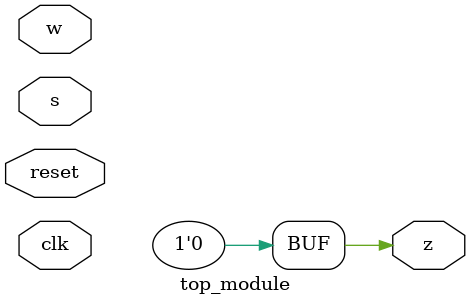
<source format=sv>
module top_module (
    input clk,
    input reset,
    input s,
    input w,
    output reg z
);

    typedef enum logic [2:0] {
        A = 3'b000,
        B = 3'b001,
        C = 3'b010,
        S10 = 3'b011,
        S11 = 3'b100,
        S20 = 3'b101,
        S21 = 3'b110,
        S22 = 3'b111
    } state_t;

    state_t state, next_state;

    always_ff @(posedge clk or posedge reset) begin
        if (reset) 
            state <= A;
        else 
            state <= next_state;
    end

    always_comb begin
        next_state = state; // default to stay in current state
        z = 1'b0; // default output value
        case (state)
            A: if (s) next_state = B;
            B: if (w) next_state = S11;
               else next_state = S10;
            C: if (w) next_state = S11;
               else next_state = S10;
            S10: if (w) next_state = S21;
                else next_state = S20;
            S11: if (w) next_state = S22;
                else next_state = S21;
            S20: next_state = B;
            S21: if (w) next_state = C;
                 else next_state = B;
            S22: if (w) next_state = B;
                 else next_state = C;
            default: next_state = A;
        endcase
    end

    always_ff @(posedge clk or posedge reset) begin
        if (reset)
            z <= 1'b0;
        else begin
            z <= 1'b0; // default output value in sequential block
            case (state)
                S20: z <= 1'b1; // setting z to 1 in state S20
                S21: if (!w) z <= 1'b1; // setting z to 1 in state S21 when w is 0
                S22: if (w) z <= 1'b1; // setting z to 1 in state S22 when w is 1
                default: z <= 1'b0;
            endcase
        end
    end
endmodule

</source>
